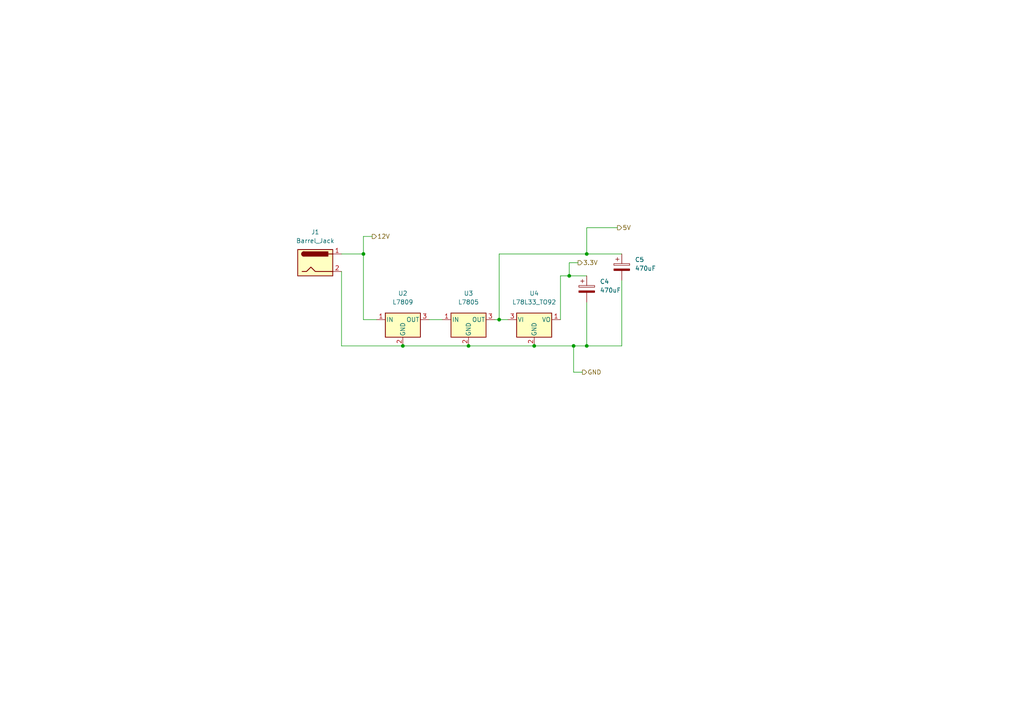
<source format=kicad_sch>
(kicad_sch (version 20211123) (generator eeschema)
  (paper "A4")
  (lib_symbols
    (symbol "Connector:Barrel_Jack" (pin_names (offset 1.016))
      (property "Reference" "J" (at 0 5.334 0))
      (property "Value" "Barrel_Jack" (at 0 -5.08 0))
      (symbol "Barrel_Jack_0_1"
        (rectangle (start -5.08 3.81) (end 5.08 -3.81) (stroke (width 0.254)) (fill (type background)))
        (arc (start -3.302 3.175) (mid -3.937 2.54) (end -3.302 1.905) (stroke (width 0.254)))
        (arc (start -3.302 3.175) (mid -3.937 2.54) (end -3.302 1.905) (stroke (width 0.254)) (fill (type outline)))
        (polyline (pts (xy 5.08 2.54) (xy 3.81 2.54)) (stroke (width 0.254)))
        (polyline (pts (xy -3.81 -2.54) (xy -2.54 -2.54) (xy -1.27 -1.27) (xy 0 -2.54) (xy 2.54 -2.54) (xy 5.08 -2.54)) (stroke (width 0.254)))
        (rectangle (start 3.683 3.175) (end -3.302 1.905) (stroke (width 0.254)) (fill (type outline)))
      )
      (symbol "Barrel_Jack_1_1"
        (pin passive line (at 7.62 2.54 180) (length 2.54) (name "~") (number "1"))
        (pin passive line (at 7.62 -2.54 180) (length 2.54) (name "~") (number "2"))
      )
    )
    (symbol "Device:C_Polarized" (pin_numbers hide) (pin_names (offset 0.254))
      (property "Reference" "C" (at 0.635 2.54 0))
      (property "Value" "C_Polarized" (at 0.635 -2.54 0))
      (symbol "C_Polarized_0_1"
        (rectangle (start -2.286 0.508) (end 2.286 1.016))
        (polyline (pts (xy -1.778 2.286) (xy -0.762 2.286)))
        (polyline (pts (xy -1.27 2.794) (xy -1.27 1.778)))
        (rectangle (start 2.286 -0.508) (end -2.286 -1.016) (fill (type outline)))
      )
      (symbol "C_Polarized_1_1"
        (pin passive line (at 0 3.81 270) (length 2.794) (name "~") (number "1"))
        (pin passive line (at 0 -3.81 90) (length 2.794) (name "~") (number "2"))
      )
    )
    (symbol "Regulator_Linear:L7805" (pin_names (offset 0.254))
      (property "Reference" "U" (at -3.81 3.175 0))
      (property "Value" "L7805" (at 0 3.175 0))
      (symbol "L7805_0_1"
        (rectangle (start -5.08 1.905) (end 5.08 -5.08) (stroke (width 0.254)) (fill (type background)))
      )
      (symbol "L7805_1_1"
        (pin power_in line (at -7.62 0 0) (length 2.54) (name "IN") (number "1"))
        (pin power_in line (at 0 -7.62 90) (length 2.54) (name "GND") (number "2"))
        (pin power_out line (at 7.62 0 180) (length 2.54) (name "OUT") (number "3"))
      )
    )
    (symbol "Regulator_Linear:L7809" (pin_names (offset 0.254))
      (property "Reference" "U" (at -3.81 3.175 0))
      (property "Value" "L7809" (at 0 3.175 0))
      (symbol "L7809_0_1"
        (rectangle (start -5.08 1.905) (end 5.08 -5.08) (stroke (width 0.254)) (fill (type background)))
      )
      (symbol "L7809_1_1"
        (pin power_in line (at -7.62 0 0) (length 2.54) (name "IN") (number "1"))
        (pin power_in line (at 0 -7.62 90) (length 2.54) (name "GND") (number "2"))
        (pin power_out line (at 7.62 0 180) (length 2.54) (name "OUT") (number "3"))
      )
    )
    (symbol "Regulator_Linear:L78L33_TO92" (pin_names (offset 0.254))
      (property "Reference" "U" (at -3.81 3.175 0))
      (property "Value" "L78L33_TO92" (at 0 3.175 0))
      (symbol "L78L33_TO92_0_1"
        (rectangle (start -5.08 -5.08) (end 5.08 1.905) (stroke (width 0.254)) (fill (type background)))
      )
      (symbol "L78L33_TO92_1_1"
        (pin power_out line (at 7.62 0 180) (length 2.54) (name "VO") (number "1"))
        (pin power_in line (at 0 -7.62 90) (length 2.54) (name "GND") (number "2"))
        (pin power_in line (at -7.62 0 0) (length 2.54) (name "VI") (number "3"))
      )
    )
  )
  (junction (at 135.89 100.33))
  (junction (at 170.18 100.33))
  (junction (at 165.1 80.01))
  (junction (at 154.94 100.33))
  (junction (at 166.37 100.33))
  (junction (at 170.18 73.66))
  (junction (at 105.41 73.66))
  (junction (at 144.78 92.71))
  (junction (at 116.84 100.33))
  (wire (pts (xy 162.56 92.71) (xy 162.56 80.01)))
  (wire (pts (xy 167.64 76.2) (xy 165.1 76.2)))
  (wire (pts (xy 168.91 107.95) (xy 166.37 107.95)))
  (wire (pts (xy 170.18 66.04) (xy 170.18 73.66)))
  (wire (pts (xy 144.78 92.71) (xy 144.78 73.66)))
  (wire (pts (xy 165.1 76.2) (xy 165.1 80.01)))
  (wire (pts (xy 105.41 68.58) (xy 105.41 73.66)))
  (wire (pts (xy 116.84 100.33) (xy 135.89 100.33)))
  (wire (pts (xy 179.07 66.04) (xy 170.18 66.04)))
  (wire (pts (xy 105.41 73.66) (xy 105.41 92.71)))
  (wire (pts (xy 170.18 73.66) (xy 180.34 73.66)))
  (wire (pts (xy 166.37 100.33) (xy 154.94 100.33)))
  (wire (pts (xy 144.78 92.71) (xy 147.32 92.71)))
  (wire (pts (xy 105.41 68.58) (xy 107.95 68.58)))
  (wire (pts (xy 105.41 92.71) (xy 109.22 92.71)))
  (wire (pts (xy 99.06 73.66) (xy 105.41 73.66)))
  (wire (pts (xy 180.34 81.28) (xy 180.34 100.33)))
  (wire (pts (xy 166.37 107.95) (xy 166.37 100.33)))
  (wire (pts (xy 99.06 100.33) (xy 99.06 78.74)))
  (wire (pts (xy 170.18 100.33) (xy 166.37 100.33)))
  (wire (pts (xy 124.46 92.71) (xy 128.27 92.71)))
  (wire (pts (xy 170.18 87.63) (xy 170.18 100.33)))
  (wire (pts (xy 144.78 73.66) (xy 170.18 73.66)))
  (wire (pts (xy 165.1 80.01) (xy 170.18 80.01)))
  (wire (pts (xy 143.51 92.71) (xy 144.78 92.71)))
  (wire (pts (xy 162.56 80.01) (xy 165.1 80.01)))
  (wire (pts (xy 116.84 100.33) (xy 99.06 100.33)))
  (wire (pts (xy 180.34 100.33) (xy 170.18 100.33)))
  (wire (pts (xy 135.89 100.33) (xy 154.94 100.33)))
  (hierarchical_label "3.3V" (shape output) (at 167.64 76.2 0))
  (hierarchical_label "GND" (shape output) (at 168.91 107.95 0))
  (hierarchical_label "12V" (shape output) (at 107.95 68.58 0))
  (hierarchical_label "5V" (shape output) (at 179.07 66.04 0))
  (symbol (lib_id "Regulator_Linear:L7805") (at 135.89 92.71 0) (unit 1)
    (property "Reference" "U3" (at 135.89 85.09 0))
    (property "Value" "L7805" (at 135.89 87.63 0))
    (property "Footprint" "Package_TO_SOT_THT:TO-220-3_Vertical" (effects hide))
    (property "Datasheet" "http://www.st.com/content/ccc/resource/technical/document/datasheet/41/4f/b3/b0/12/d4/47/88/CD00000444.pdf/files/CD00000444.pdf/jcr:content/translations/en.CD00000444.pdf" (effects hide))
  )
  (symbol (lib_id "Connector:Barrel_Jack") (at 91.44 76.2 0) (unit 1)
    (property "Reference" "J1" (at 91.44 67.31 0))
    (property "Value" "Barrel_Jack" (at 91.44 69.85 0))
    (property "Footprint" "Connector_BarrelJack:BarrelJack_Horizontal" (effects hide))
  )
  (symbol (lib_id "Regulator_Linear:L7809") (at 116.84 92.71 0) (unit 1)
    (property "Reference" "U2" (at 116.84 85.09 0))
    (property "Value" "L7809" (at 116.84 87.63 0))
    (property "Footprint" "Package_TO_SOT_THT:TO-220-3_Vertical" (effects hide))
    (property "Datasheet" "http://www.st.com/content/ccc/resource/technical/document/datasheet/41/4f/b3/b0/12/d4/47/88/CD00000444.pdf/files/CD00000444.pdf/jcr:content/translations/en.CD00000444.pdf" (effects hide))
  )
  (symbol (lib_id "Regulator_Linear:L78L33_TO92") (at 154.94 92.71 0) (unit 1)
    (property "Reference" "U4" (at 154.94 85.09 0))
    (property "Value" "L78L33_TO92" (at 154.94 87.63 0))
    (property "Footprint" "Package_TO_SOT_THT:TO-92_Inline" (effects hide))
    (property "Datasheet" "http://www.st.com/content/ccc/resource/technical/document/datasheet/15/55/e5/aa/23/5b/43/fd/CD00000446.pdf/files/CD00000446.pdf/jcr:content/translations/en.CD00000446.pdf" (effects hide))
  )
  (symbol (lib_id "Device:C_Polarized") (at 170.18 83.82 0) (unit 1)
    (property "Reference" "C4" (at 173.99 81.6609 0) (effects (justify left)))
    (property "Value" "470uF" (at 173.99 84.2009 0) (effects (justify left)))
    (property "Footprint" "Capacitor_THT:CP_Radial_D16.0mm_P7.50mm" (effects hide))
  )
  (symbol (lib_id "Device:C_Polarized") (at 180.34 77.47 0) (unit 1)
    (property "Reference" "C5" (at 184.15 75.3109 0) (effects (justify left)))
    (property "Value" "470uF" (at 184.15 77.8509 0) (effects (justify left)))
    (property "Footprint" "Capacitor_THT:CP_Radial_D16.0mm_P7.50mm" (effects hide))
  )
)
</source>
